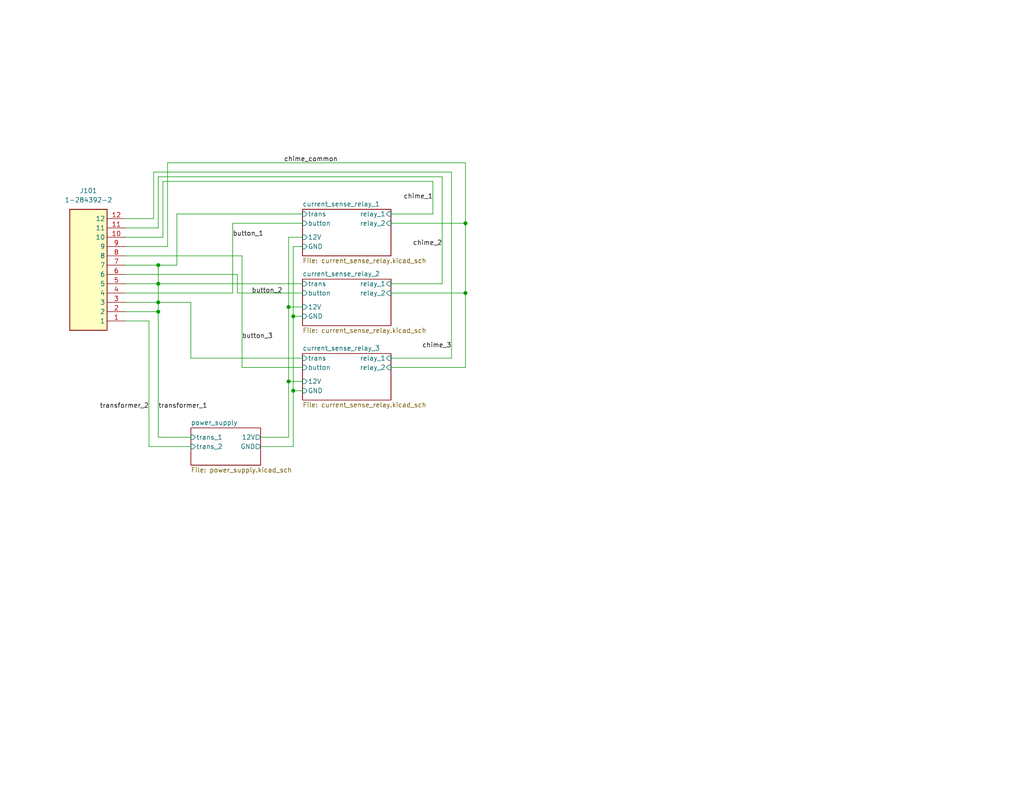
<source format=kicad_sch>
(kicad_sch (version 20250114) (generator "eeschema") (generator_version "9.0")
  (paper "A")
  (title_block (title "Video Doorbell Adapter") (date "2025-08-26") (rev "0.1.5"))
  (lib_symbols
    (symbol "Connector_Generic:1-284392-2"
      (property "Reference" "J" (at 16.51 7.62 0))
      (property "Value" "1-284392-2" (at 16.51 5.08 0))
      (symbol "1-284392-2_1_1"
        (rectangle (start 5.08 2.54) (end 15.24 -30.48) (stroke (width 0.254)) (fill (type background)))
        (pin passive line (at 0 0 0) (length 5.08) (name "1") (number "1"))
        (pin passive line (at 0 -2.54 0) (length 5.08) (name "2") (number "2"))
        (pin passive line (at 0 -5.08 0) (length 5.08) (name "3") (number "3"))
        (pin passive line (at 0 -7.62 0) (length 5.08) (name "4") (number "4"))
        (pin passive line (at 0 -10.16 0) (length 5.08) (name "5") (number "5"))
        (pin passive line (at 0 -12.7 0) (length 5.08) (name "6") (number "6"))
        (pin passive line (at 0 -15.24 0) (length 5.08) (name "7") (number "7"))
        (pin passive line (at 0 -17.78 0) (length 5.08) (name "8") (number "8"))
        (pin passive line (at 0 -20.32 0) (length 5.08) (name "9") (number "9"))
        (pin passive line (at 0 -22.86 0) (length 5.08) (name "10") (number "10"))
        (pin passive line (at 0 -25.4 0) (length 5.08) (name "11") (number "11"))
        (pin passive line (at 0 -27.94 0) (length 5.08) (name "12") (number "12"))
      )
    )
  )
  (junction (at 43.18 82.55))
  (junction (at 127 60.96))
  (junction (at 78.74 104.14))
  (junction (at 127 80.01))
  (junction (at 43.18 72.39))
  (junction (at 78.74 83.82))
  (junction (at 80.01 86.36))
  (junction (at 80.01 106.68))
  (junction (at 43.18 85.09))
  (junction (at 43.18 77.47))
  (wire (pts (xy 123.19 97.79) (xy 123.19 46.99)))
  (wire (pts (xy 78.74 104.14) (xy 78.74 119.38)))
  (wire (pts (xy 48.26 72.39) (xy 48.26 58.42)))
  (wire (pts (xy 80.01 106.68) (xy 80.01 121.92)))
  (wire (pts (xy 106.68 77.47) (xy 120.65 77.47)))
  (wire (pts (xy 80.01 106.68) (xy 82.55 106.68)))
  (wire (pts (xy 80.01 86.36) (xy 80.01 67.31)))
  (wire (pts (xy 120.65 77.47) (xy 120.65 48.26)))
  (wire (pts (xy 40.64 121.92) (xy 52.07 121.92)))
  (wire (pts (xy 43.18 119.38) (xy 52.07 119.38)))
  (wire (pts (xy 106.68 60.96) (xy 127 60.96)))
  (wire (pts (xy 41.91 59.69) (xy 34.29 59.69)))
  (wire (pts (xy 52.07 97.79) (xy 82.55 97.79)))
  (wire (pts (xy 66.04 69.85) (xy 34.29 69.85)))
  (wire (pts (xy 127 60.96) (xy 127 80.01)))
  (wire (pts (xy 44.45 64.77) (xy 34.29 64.77)))
  (wire (pts (xy 80.01 67.31) (xy 82.55 67.31)))
  (wire (pts (xy 78.74 83.82) (xy 78.74 64.77)))
  (wire (pts (xy 34.29 72.39) (xy 43.18 72.39)))
  (wire (pts (xy 45.72 67.31) (xy 34.29 67.31)))
  (wire (pts (xy 44.45 49.53) (xy 44.45 64.77)))
  (wire (pts (xy 106.68 58.42) (xy 118.11 58.42)))
  (wire (pts (xy 71.12 121.92) (xy 80.01 121.92)))
  (wire (pts (xy 127 80.01) (xy 127 100.33)))
  (wire (pts (xy 82.55 80.01) (xy 64.77 80.01)))
  (wire (pts (xy 106.68 97.79) (xy 123.19 97.79)))
  (wire (pts (xy 40.64 87.63) (xy 40.64 121.92)))
  (wire (pts (xy 34.29 82.55) (xy 43.18 82.55)))
  (wire (pts (xy 43.18 48.26) (xy 43.18 62.23)))
  (wire (pts (xy 48.26 58.42) (xy 82.55 58.42)))
  (wire (pts (xy 45.72 44.45) (xy 45.72 67.31)))
  (wire (pts (xy 34.29 62.23) (xy 43.18 62.23)))
  (wire (pts (xy 106.68 100.33) (xy 127 100.33)))
  (wire (pts (xy 41.91 46.99) (xy 41.91 59.69)))
  (wire (pts (xy 78.74 64.77) (xy 82.55 64.77)))
  (wire (pts (xy 82.55 100.33) (xy 66.04 100.33)))
  (wire (pts (xy 66.04 100.33) (xy 66.04 69.85)))
  (wire (pts (xy 52.07 82.55) (xy 52.07 97.79)))
  (wire (pts (xy 78.74 104.14) (xy 82.55 104.14)))
  (wire (pts (xy 63.5 80.01) (xy 34.29 80.01)))
  (wire (pts (xy 80.01 86.36) (xy 80.01 106.68)))
  (wire (pts (xy 43.18 72.39) (xy 43.18 77.47)))
  (wire (pts (xy 127 44.45) (xy 127 60.96)))
  (wire (pts (xy 82.55 60.96) (xy 63.5 60.96)))
  (wire (pts (xy 43.18 82.55) (xy 43.18 85.09)))
  (wire (pts (xy 43.18 77.47) (xy 43.18 82.55)))
  (wire (pts (xy 71.12 119.38) (xy 78.74 119.38)))
  (wire (pts (xy 118.11 58.42) (xy 118.11 49.53)))
  (wire (pts (xy 78.74 83.82) (xy 78.74 104.14)))
  (wire (pts (xy 118.11 49.53) (xy 44.45 49.53)))
  (wire (pts (xy 78.74 83.82) (xy 82.55 83.82)))
  (wire (pts (xy 120.65 48.26) (xy 43.18 48.26)))
  (wire (pts (xy 43.18 82.55) (xy 52.07 82.55)))
  (wire (pts (xy 34.29 85.09) (xy 43.18 85.09)))
  (wire (pts (xy 106.68 80.01) (xy 127 80.01)))
  (wire (pts (xy 43.18 77.47) (xy 82.55 77.47)))
  (wire (pts (xy 123.19 46.99) (xy 41.91 46.99)))
  (wire (pts (xy 80.01 86.36) (xy 82.55 86.36)))
  (wire (pts (xy 34.29 77.47) (xy 43.18 77.47)))
  (wire (pts (xy 64.77 80.01) (xy 64.77 74.93)))
  (wire (pts (xy 63.5 60.96) (xy 63.5 80.01)))
  (wire (pts (xy 43.18 85.09) (xy 43.18 119.38)))
  (wire (pts (xy 64.77 74.93) (xy 34.29 74.93)))
  (wire (pts (xy 43.18 72.39) (xy 48.26 72.39)))
  (wire (pts (xy 34.29 87.63) (xy 40.64 87.63)))
  (wire (pts (xy 127 44.45) (xy 45.72 44.45)))
  (label "chime_3" (at 123.19 95.25 180))
  (label "chime_1" (at 118.11 54.61 180))
  (label "transformer_1" (at 43.18 111.76 0))
  (label "button_2" (at 68.6509 80.2872 0))
  (label "button_3" (at 66.04 92.71 0))
  (label "chime_2" (at 120.65 67.31 180))
  (label "chime_common" (at 77.47 44.45 0))
  (label "button_1" (at 63.5 64.77 0))
  (label "transformer_2" (at 40.64 111.76 180))
  (symbol (lib_id "Connector_Generic:1-284392-2") (at 34.29 87.63 180) (unit 1)
    (property "Reference" "J101" (at 24.13 52.07 0))
    (property "Value" "1-284392-2" (at 24.13 54.61 0))
    (property "Footprint" "Connector_TE-Connectivity:SHDR12W100P0X381_1X12_4572X820X1280P" (effects (hide yes)))
    (property "Datasheet" "https://www.te.com/commerce/DocumentDelivery/DDEController?Action=showdoc&DocId=Customer+Drawing%7F284392%7FC%7Fpdf%7FEnglish%7FENG_CD_284392_C.pdf%7F1-284392-2" (effects (hide yes)))
    (property "Description" "TE Connectivity Buchanan, 12 Way PCB Terminal Strip" (effects (hide yes)))
    (property "Height" "12.8" (effects (hide yes)))
    (property "Mouser Part Number" "571-1-284392-2" (effects (hide yes)))
    (property "Mouser Price/Stock" "https://www.mouser.co.uk/ProductDetail/TE-Connectivity/1-284392-2?qs=TllYzeRkXUlyEMUFab01AA%3D%3D" (effects (hide yes)))
    (property "Manufacturer_Name" "TE Connectivity" (effects (hide yes)))
    (property "Manufacturer_Part_Number" "1-284392-2" (effects (hide yes)))
  )
  (sheet (at 82.55 76.2) (size 24.13 12.7) (stroke (width 0.1524))
    (property "Sheetname" "current_sense_relay_2" (at 82.55 75.4884 0) (effects (justify left bottom)))
    (property "Sheetfile" "current_sense_relay.kicad_sch" (at 82.55 89.4846 0) (effects (justify left top)))
    (pin "relay_2" input (at 106.68 80.01 0))
    (pin "relay_1" input (at 106.68 77.47 0))
    (pin "GND" input (at 82.55 86.36 180))
    (pin "12V" input (at 82.55 83.82 180))
    (pin "trans" input (at 82.55 77.47 180))
    (pin "button" input (at 82.55 80.01 180))
  )
  (sheet (at 52.07 116.84) (size 19.05 10.16) (stroke (width 0.1524))
    (property "Sheetname" "power_supply" (at 52.07 116.1284 0) (effects (justify left bottom)))
    (property "Sheetfile" "power_supply.kicad_sch" (at 52.07 127.5846 0) (effects (justify left top)))
    (pin "trans_2" input (at 52.07 121.92 180))
    (pin "trans_1" input (at 52.07 119.38 180))
    (pin "12V" output (at 71.12 119.38 0))
    (pin "GND" output (at 71.12 121.92 0))
  )
  (sheet (at 82.55 57.15) (size 24.13 12.7) (stroke (width 0.1524))
    (property "Sheetname" "current_sense_relay_1" (at 82.55 56.4384 0) (effects (justify left bottom)))
    (property "Sheetfile" "current_sense_relay.kicad_sch" (at 82.55 70.4346 0) (effects (justify left top)))
    (pin "relay_2" input (at 106.68 60.96 0))
    (pin "relay_1" input (at 106.68 58.42 0))
    (pin "GND" input (at 82.55 67.31 180))
    (pin "12V" input (at 82.55 64.77 180))
    (pin "trans" input (at 82.55 58.42 180))
    (pin "button" input (at 82.55 60.96 180))
  )
  (sheet (at 82.55 96.52) (size 24.13 12.7) (stroke (width 0.1524))
    (property "Sheetname" "current_sense_relay_3" (at 82.55 95.8084 0) (effects (justify left bottom)))
    (property "Sheetfile" "current_sense_relay.kicad_sch" (at 82.55 109.8046 0) (effects (justify left top)))
    (pin "relay_2" input (at 106.68 100.33 0))
    (pin "relay_1" input (at 106.68 97.79 0))
    (pin "GND" input (at 82.55 106.68 180))
    (pin "12V" input (at 82.55 104.14 180))
    (pin "trans" input (at 82.55 97.79 180))
    (pin "button" input (at 82.55 100.33 180))
  )
)
</source>
